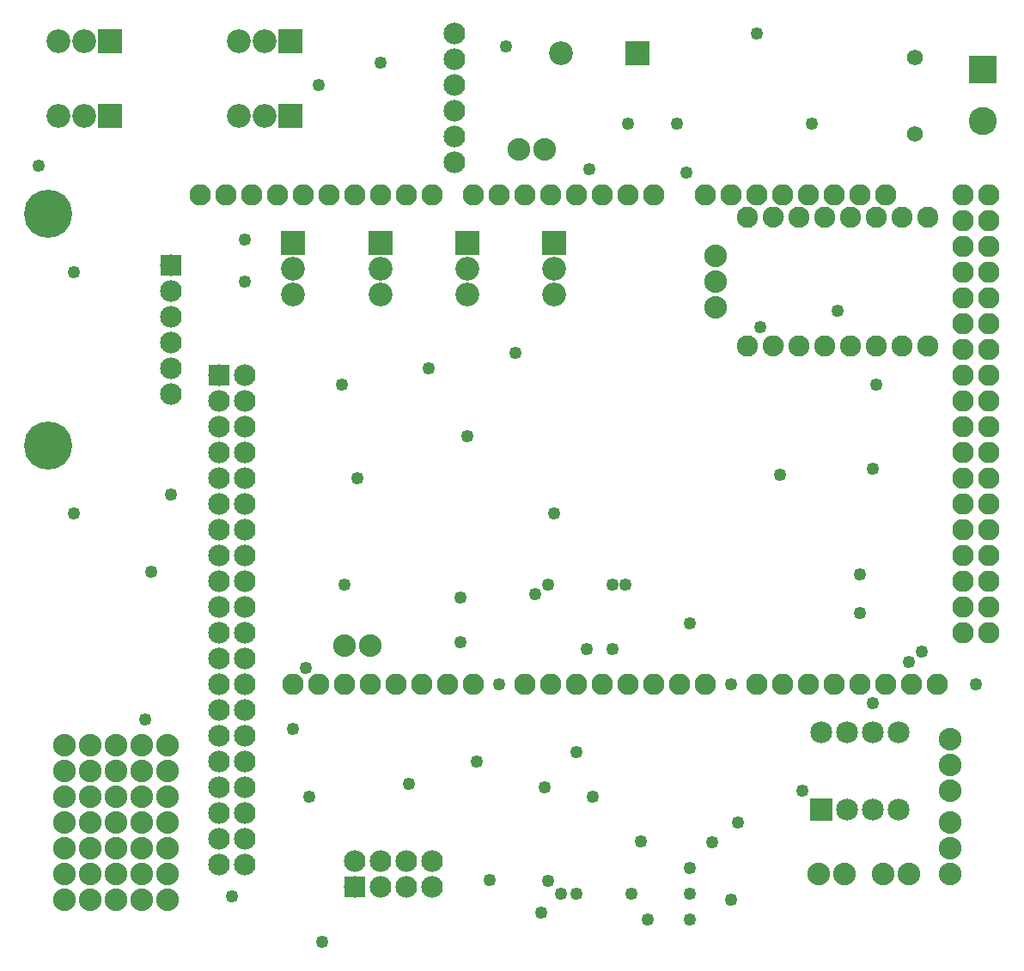
<source format=gbs>
G04 MADE WITH FRITZING*
G04 WWW.FRITZING.ORG*
G04 DOUBLE SIDED*
G04 HOLES PLATED*
G04 CONTOUR ON CENTER OF CONTOUR VECTOR*
%ASAXBY*%
%FSLAX23Y23*%
%MOIN*%
%OFA0B0*%
%SFA1.0B1.0*%
%ADD10C,0.084000*%
%ADD11C,0.049370*%
%ADD12C,0.082472*%
%ADD13C,0.082445*%
%ADD14C,0.082417*%
%ADD15C,0.187165*%
%ADD16C,0.088000*%
%ADD17C,0.085000*%
%ADD18C,0.082917*%
%ADD19C,0.092000*%
%ADD20C,0.061496*%
%ADD21C,0.109055*%
%ADD22R,0.084000X0.084000*%
%ADD23R,0.085000X0.085000*%
%ADD24R,0.092000X0.092000*%
%ADD25R,0.109055X0.109055*%
%ADD26R,0.001000X0.001000*%
%LNMASK0*%
G90*
G70*
G54D10*
X1319Y482D03*
X1419Y482D03*
X1519Y482D03*
X1619Y482D03*
X1319Y382D03*
X1419Y382D03*
X1519Y382D03*
X1619Y382D03*
G54D11*
X232Y1832D03*
X2882Y3695D03*
X1282Y1557D03*
X532Y1607D03*
X2457Y257D03*
X2432Y558D03*
X1732Y1507D03*
X232Y2770D03*
X1907Y3645D03*
X3094Y3345D03*
X2607Y3157D03*
X894Y2895D03*
X2244Y732D03*
X2057Y770D03*
X1194Y170D03*
X1844Y408D03*
X2782Y332D03*
X2807Y632D03*
X3519Y1295D03*
X3282Y1445D03*
X1419Y3582D03*
X1332Y1970D03*
X2094Y1832D03*
X1757Y2132D03*
X1082Y995D03*
G54D12*
X2844Y2482D03*
X3544Y2982D03*
X3444Y2982D03*
X3344Y2982D03*
X3244Y2982D03*
X3144Y2982D03*
G54D13*
X3044Y2982D03*
G54D12*
X2844Y2982D03*
G54D13*
X3544Y2482D03*
G54D14*
X3444Y2482D03*
G54D13*
X3344Y2482D03*
G54D12*
X3244Y2482D03*
G54D13*
X3144Y2482D03*
G54D14*
X3044Y2482D03*
G54D11*
X2707Y557D03*
X2019Y1520D03*
X2232Y3170D03*
X2070Y407D03*
X2569Y3345D03*
X2382Y3345D03*
X607Y1907D03*
G54D10*
X607Y2794D03*
X607Y2694D03*
X607Y2594D03*
X607Y2494D03*
X607Y2394D03*
X607Y2294D03*
G54D11*
X844Y345D03*
X94Y3182D03*
X1144Y732D03*
X2394Y357D03*
X2182Y357D03*
X2119Y357D03*
X2044Y282D03*
X2620Y257D03*
X2619Y357D03*
X2619Y457D03*
X2181Y905D03*
X3469Y1257D03*
X894Y2732D03*
X3344Y2332D03*
X3282Y1595D03*
X2319Y1557D03*
X2619Y1407D03*
X1794Y870D03*
X1132Y1232D03*
X2219Y1307D03*
X2069Y1557D03*
X2319Y1307D03*
X2369Y1557D03*
X1732Y1332D03*
X3732Y1170D03*
X1532Y782D03*
G54D10*
X1707Y3695D03*
X1707Y3595D03*
X1707Y3495D03*
X1707Y3395D03*
X1707Y3295D03*
X1707Y3195D03*
X1707Y3695D03*
X1707Y3595D03*
X1707Y3495D03*
X1707Y3395D03*
X1707Y3295D03*
X1707Y3195D03*
G54D11*
X3057Y757D03*
G54D15*
X132Y2095D03*
X132Y2995D03*
G54D11*
X1607Y2395D03*
X1944Y2457D03*
X1269Y2332D03*
X1182Y3495D03*
X3332Y1095D03*
X1882Y1170D03*
X507Y1032D03*
X2782Y1170D03*
X3194Y2620D03*
X2969Y1982D03*
X3332Y2007D03*
G54D16*
X594Y332D03*
X494Y332D03*
X394Y332D03*
X294Y332D03*
X194Y332D03*
X594Y932D03*
X494Y932D03*
X394Y932D03*
X294Y932D03*
X194Y932D03*
X194Y732D03*
X294Y732D03*
X394Y732D03*
X494Y732D03*
X494Y432D03*
X494Y532D03*
X194Y432D03*
X194Y532D03*
X294Y432D03*
X294Y532D03*
X394Y432D03*
X394Y532D03*
X594Y432D03*
X594Y532D03*
X194Y832D03*
X294Y832D03*
X394Y832D03*
X494Y832D03*
X494Y632D03*
X594Y632D03*
X1382Y1320D03*
X1282Y1320D03*
X194Y632D03*
X294Y632D03*
X394Y632D03*
X594Y832D03*
X594Y732D03*
G54D11*
X2894Y2557D03*
G54D17*
X3132Y682D03*
X3132Y982D03*
X3232Y682D03*
X3232Y982D03*
X3332Y682D03*
X3332Y982D03*
X3432Y682D03*
X3432Y982D03*
G54D10*
X894Y2370D03*
X894Y2270D03*
X894Y2170D03*
X894Y2070D03*
X894Y1970D03*
X894Y1870D03*
X894Y1770D03*
X894Y1670D03*
X894Y1570D03*
X894Y1470D03*
X894Y1370D03*
X894Y1270D03*
X894Y1170D03*
X894Y1070D03*
X894Y970D03*
X894Y870D03*
X894Y770D03*
X894Y670D03*
X894Y570D03*
X894Y470D03*
X794Y2370D03*
X794Y2270D03*
X794Y2170D03*
X794Y2070D03*
X794Y1970D03*
X794Y1870D03*
X794Y1770D03*
X794Y1670D03*
X794Y1570D03*
X794Y1470D03*
X794Y1370D03*
X794Y1270D03*
X794Y1170D03*
X794Y1070D03*
X794Y970D03*
X794Y870D03*
X794Y770D03*
X794Y670D03*
X794Y570D03*
X794Y470D03*
G54D18*
X2982Y1170D03*
X1382Y1170D03*
X3082Y1170D03*
X3182Y1170D03*
X3282Y1170D03*
X3382Y1170D03*
X3682Y2570D03*
X3482Y1170D03*
X3582Y1170D03*
X1422Y3070D03*
X1982Y1170D03*
X2082Y1170D03*
X2182Y1170D03*
X2282Y1170D03*
X3682Y1770D03*
X2382Y1170D03*
X2482Y1170D03*
X2582Y1170D03*
X2682Y1170D03*
X2182Y3070D03*
X3682Y2970D03*
X3682Y2170D03*
X3682Y1370D03*
X1022Y3070D03*
X1782Y1170D03*
X1782Y3070D03*
X3682Y2770D03*
X3682Y2370D03*
X3682Y1970D03*
X3382Y3070D03*
X3682Y1570D03*
X3282Y3070D03*
X3182Y3070D03*
X3082Y3070D03*
X2982Y3070D03*
X2882Y3070D03*
X2782Y3070D03*
X2682Y3070D03*
X822Y3070D03*
X1222Y3070D03*
X1622Y3070D03*
X1182Y1170D03*
X1582Y1170D03*
X2382Y3070D03*
X1982Y3070D03*
X3682Y3070D03*
X3682Y2870D03*
X3682Y2670D03*
X3682Y2470D03*
X3682Y2270D03*
X3682Y2070D03*
X3682Y1870D03*
X3682Y1670D03*
X3682Y1470D03*
X722Y3070D03*
X922Y3070D03*
X1122Y3070D03*
X1322Y3070D03*
X1522Y3070D03*
X1082Y1170D03*
X1282Y1170D03*
X1482Y1170D03*
X1682Y1170D03*
X2482Y3070D03*
X2282Y3070D03*
X2082Y3070D03*
X1882Y3070D03*
X3782Y3070D03*
X3782Y2970D03*
X3782Y2870D03*
X3782Y2770D03*
X3782Y2670D03*
X3782Y2570D03*
X3782Y2470D03*
X3782Y2370D03*
X3782Y2270D03*
X3782Y2170D03*
X3782Y2070D03*
X3782Y1970D03*
X3782Y1870D03*
X3782Y1770D03*
X3782Y1670D03*
X3782Y1570D03*
X3782Y1470D03*
X3782Y1370D03*
X2882Y1170D03*
G54D19*
X1419Y2882D03*
X1419Y2782D03*
X1419Y2682D03*
X2094Y2882D03*
X2094Y2782D03*
X2094Y2682D03*
X1757Y2882D03*
X1757Y2782D03*
X1757Y2682D03*
X1082Y2882D03*
X1082Y2782D03*
X1082Y2682D03*
G54D16*
X3632Y432D03*
X3632Y532D03*
X3632Y632D03*
X3632Y957D03*
X3632Y857D03*
X3632Y757D03*
X2057Y3245D03*
X1957Y3245D03*
X2719Y2832D03*
X2719Y2732D03*
X2719Y2632D03*
X3119Y432D03*
X3219Y432D03*
X3469Y432D03*
X3369Y432D03*
G54D19*
X2417Y3620D03*
X2119Y3620D03*
G54D20*
X3494Y3307D03*
X3494Y3603D03*
G54D19*
X369Y3377D03*
X269Y3377D03*
X169Y3377D03*
X1069Y3664D03*
X969Y3664D03*
X869Y3664D03*
X369Y3664D03*
X269Y3664D03*
X169Y3664D03*
X1069Y3377D03*
X969Y3377D03*
X869Y3377D03*
G54D21*
X3757Y3557D03*
X3757Y3357D03*
G54D22*
X1319Y382D03*
X607Y2794D03*
G54D23*
X3132Y682D03*
G54D22*
X794Y2370D03*
G54D24*
X1419Y2882D03*
X2094Y2882D03*
X1757Y2882D03*
X1082Y2882D03*
X2418Y3620D03*
X369Y3377D03*
X1069Y3664D03*
X369Y3664D03*
X1069Y3377D03*
G54D25*
X3757Y3557D03*
G54D26*
X2943Y3024D02*
X2944Y3024D01*
X2936Y3023D02*
X2952Y3023D01*
X2932Y3022D02*
X2956Y3022D01*
X2929Y3021D02*
X2959Y3021D01*
X2927Y3020D02*
X2961Y3020D01*
X2925Y3019D02*
X2963Y3019D01*
X2923Y3018D02*
X2965Y3018D01*
X2921Y3017D02*
X2966Y3017D01*
X2920Y3016D02*
X2968Y3016D01*
X2919Y3015D02*
X2969Y3015D01*
X2917Y3014D02*
X2970Y3014D01*
X2916Y3013D02*
X2971Y3013D01*
X2915Y3012D02*
X2972Y3012D01*
X2914Y3011D02*
X2973Y3011D01*
X2913Y3010D02*
X2974Y3010D01*
X2913Y3009D02*
X2975Y3009D01*
X2912Y3008D02*
X2976Y3008D01*
X2911Y3007D02*
X2977Y3007D01*
X2910Y3006D02*
X2977Y3006D01*
X2910Y3005D02*
X2978Y3005D01*
X2909Y3004D02*
X2979Y3004D01*
X2908Y3003D02*
X2979Y3003D01*
X2908Y3002D02*
X2980Y3002D01*
X2907Y3001D02*
X2980Y3001D01*
X2907Y3000D02*
X2981Y3000D01*
X2906Y2999D02*
X2981Y2999D01*
X2906Y2998D02*
X2982Y2998D01*
X2906Y2997D02*
X2982Y2997D01*
X2905Y2996D02*
X2982Y2996D01*
X2905Y2995D02*
X2983Y2995D01*
X2905Y2994D02*
X2983Y2994D01*
X2905Y2993D02*
X2983Y2993D01*
X2904Y2992D02*
X2983Y2992D01*
X2904Y2991D02*
X2984Y2991D01*
X2904Y2990D02*
X2984Y2990D01*
X2904Y2989D02*
X2984Y2989D01*
X2904Y2988D02*
X2984Y2988D01*
X2903Y2987D02*
X2984Y2987D01*
X2903Y2986D02*
X2984Y2986D01*
X2903Y2985D02*
X2984Y2985D01*
X2903Y2984D02*
X2985Y2984D01*
X2903Y2983D02*
X2985Y2983D01*
X2903Y2982D02*
X2985Y2982D01*
X2903Y2981D02*
X2984Y2981D01*
X2903Y2980D02*
X2984Y2980D01*
X2903Y2979D02*
X2984Y2979D01*
X2904Y2978D02*
X2984Y2978D01*
X2904Y2977D02*
X2984Y2977D01*
X2904Y2976D02*
X2984Y2976D01*
X2904Y2975D02*
X2984Y2975D01*
X2904Y2974D02*
X2984Y2974D01*
X2904Y2973D02*
X2983Y2973D01*
X2905Y2972D02*
X2983Y2972D01*
X2905Y2971D02*
X2983Y2971D01*
X2905Y2970D02*
X2983Y2970D01*
X2906Y2969D02*
X2982Y2969D01*
X2906Y2968D02*
X2982Y2968D01*
X2906Y2967D02*
X2981Y2967D01*
X2907Y2966D02*
X2981Y2966D01*
X2907Y2965D02*
X2980Y2965D01*
X2908Y2964D02*
X2980Y2964D01*
X2908Y2963D02*
X2979Y2963D01*
X2909Y2962D02*
X2979Y2962D01*
X2909Y2961D02*
X2978Y2961D01*
X2910Y2960D02*
X2978Y2960D01*
X2911Y2959D02*
X2977Y2959D01*
X2912Y2958D02*
X2976Y2958D01*
X2912Y2957D02*
X2975Y2957D01*
X2913Y2956D02*
X2975Y2956D01*
X2914Y2955D02*
X2974Y2955D01*
X2915Y2954D02*
X2973Y2954D01*
X2916Y2953D02*
X2972Y2953D01*
X2917Y2952D02*
X2971Y2952D01*
X2918Y2951D02*
X2970Y2951D01*
X2920Y2950D02*
X2968Y2950D01*
X2921Y2949D02*
X2967Y2949D01*
X2922Y2948D02*
X2965Y2948D01*
X2924Y2947D02*
X2964Y2947D01*
X2926Y2946D02*
X2962Y2946D01*
X2928Y2945D02*
X2960Y2945D01*
X2931Y2944D02*
X2957Y2944D01*
X2934Y2943D02*
X2954Y2943D01*
X2939Y2942D02*
X2949Y2942D01*
X2944Y2524D02*
X2944Y2524D01*
X2936Y2523D02*
X2952Y2523D01*
X2932Y2522D02*
X2956Y2522D01*
X2929Y2521D02*
X2959Y2521D01*
X2927Y2520D02*
X2961Y2520D01*
X2925Y2519D02*
X2963Y2519D01*
X2923Y2518D02*
X2965Y2518D01*
X2921Y2517D02*
X2966Y2517D01*
X2920Y2516D02*
X2968Y2516D01*
X2919Y2515D02*
X2969Y2515D01*
X2918Y2514D02*
X2970Y2514D01*
X2916Y2513D02*
X2971Y2513D01*
X2915Y2512D02*
X2972Y2512D01*
X2914Y2511D02*
X2973Y2511D01*
X2913Y2510D02*
X2974Y2510D01*
X2913Y2509D02*
X2975Y2509D01*
X2912Y2508D02*
X2976Y2508D01*
X2911Y2507D02*
X2977Y2507D01*
X2910Y2506D02*
X2977Y2506D01*
X2910Y2505D02*
X2978Y2505D01*
X2909Y2504D02*
X2979Y2504D01*
X2909Y2503D02*
X2979Y2503D01*
X2908Y2502D02*
X2980Y2502D01*
X2907Y2501D02*
X2980Y2501D01*
X2907Y2500D02*
X2981Y2500D01*
X2906Y2499D02*
X2981Y2499D01*
X2906Y2498D02*
X2982Y2498D01*
X2906Y2497D02*
X2982Y2497D01*
X2905Y2496D02*
X2982Y2496D01*
X2905Y2495D02*
X2983Y2495D01*
X2905Y2494D02*
X2983Y2494D01*
X2905Y2493D02*
X2983Y2493D01*
X2904Y2492D02*
X2983Y2492D01*
X2904Y2491D02*
X2984Y2491D01*
X2904Y2490D02*
X2984Y2490D01*
X2904Y2489D02*
X2984Y2489D01*
X2904Y2488D02*
X2984Y2488D01*
X2903Y2487D02*
X2984Y2487D01*
X2903Y2486D02*
X2984Y2486D01*
X2903Y2485D02*
X2984Y2485D01*
X2903Y2484D02*
X2985Y2484D01*
X2903Y2483D02*
X2985Y2483D01*
X2903Y2482D02*
X2985Y2482D01*
X2903Y2481D02*
X2984Y2481D01*
X2903Y2480D02*
X2984Y2480D01*
X2903Y2479D02*
X2984Y2479D01*
X2904Y2478D02*
X2984Y2478D01*
X2904Y2477D02*
X2984Y2477D01*
X2904Y2476D02*
X2984Y2476D01*
X2904Y2475D02*
X2984Y2475D01*
X2904Y2474D02*
X2984Y2474D01*
X2904Y2473D02*
X2983Y2473D01*
X2905Y2472D02*
X2983Y2472D01*
X2905Y2471D02*
X2983Y2471D01*
X2905Y2470D02*
X2983Y2470D01*
X2906Y2469D02*
X2982Y2469D01*
X2906Y2468D02*
X2982Y2468D01*
X2906Y2467D02*
X2981Y2467D01*
X2907Y2466D02*
X2981Y2466D01*
X2907Y2465D02*
X2980Y2465D01*
X2908Y2464D02*
X2980Y2464D01*
X2908Y2463D02*
X2979Y2463D01*
X2909Y2462D02*
X2979Y2462D01*
X2910Y2461D02*
X2978Y2461D01*
X2910Y2460D02*
X2978Y2460D01*
X2911Y2459D02*
X2977Y2459D01*
X2912Y2458D02*
X2976Y2458D01*
X2912Y2457D02*
X2975Y2457D01*
X2913Y2456D02*
X2975Y2456D01*
X2914Y2455D02*
X2974Y2455D01*
X2915Y2454D02*
X2973Y2454D01*
X2916Y2453D02*
X2972Y2453D01*
X2917Y2452D02*
X2971Y2452D01*
X2918Y2451D02*
X2970Y2451D01*
X2920Y2450D02*
X2968Y2450D01*
X2921Y2449D02*
X2967Y2449D01*
X2922Y2448D02*
X2965Y2448D01*
X2924Y2447D02*
X2964Y2447D01*
X2926Y2446D02*
X2962Y2446D01*
X2928Y2445D02*
X2960Y2445D01*
X2931Y2444D02*
X2957Y2444D01*
X2934Y2443D02*
X2954Y2443D01*
X2939Y2442D02*
X2949Y2442D01*
D02*
G04 End of Mask0*
M02*
</source>
